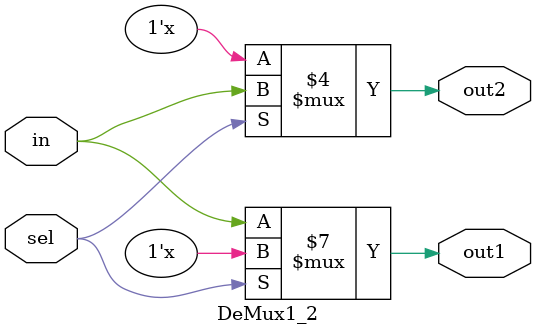
<source format=v>
module DeMux1_2 (
    sel,
    in,
    out1,
    out2
);
    parameter N=1;
    output reg [N-1:0] out1, out2;
    input [N-1:0] in;
    input sel;
    always @(*) begin
        if(~sel)out1=in;
        if(sel)out2=in;
    end
endmodule
</source>
